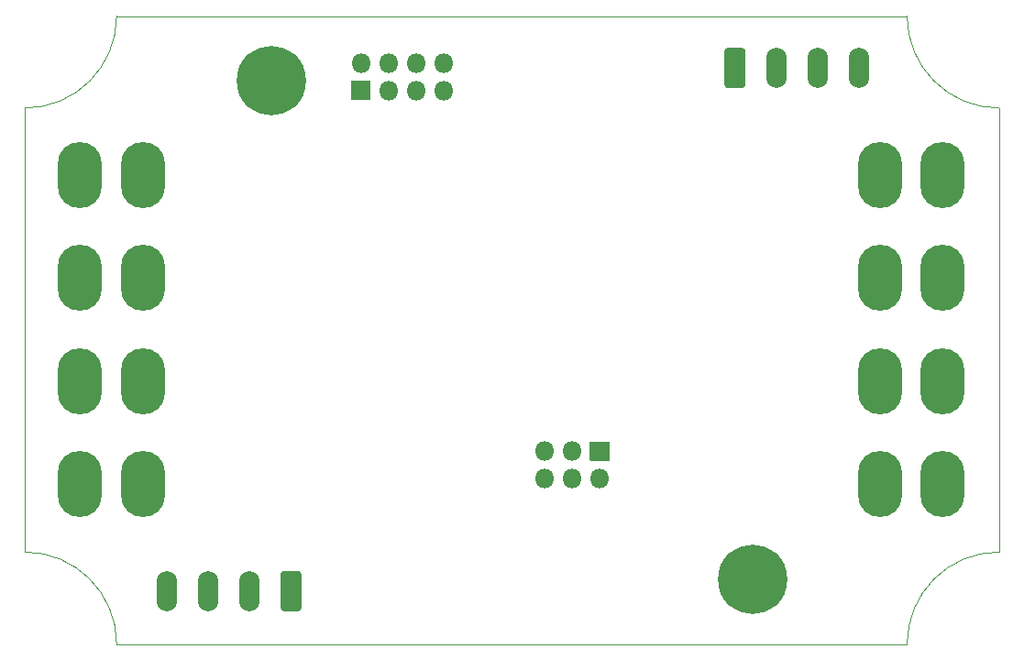
<source format=gbr>
%TF.GenerationSoftware,KiCad,Pcbnew,(5.1.8-0-10_14)*%
%TF.CreationDate,2020-11-30T14:10:51+01:00*%
%TF.ProjectId,FET_Multi,4645545f-4d75-46c7-9469-2e6b69636164,0.2.0*%
%TF.SameCoordinates,Original*%
%TF.FileFunction,Soldermask,Bot*%
%TF.FilePolarity,Negative*%
%FSLAX46Y46*%
G04 Gerber Fmt 4.6, Leading zero omitted, Abs format (unit mm)*
G04 Created by KiCad (PCBNEW (5.1.8-0-10_14)) date 2020-11-30 14:10:51*
%MOMM*%
%LPD*%
G01*
G04 APERTURE LIST*
%TA.AperFunction,Profile*%
%ADD10C,0.050000*%
%TD*%
%ADD11O,4.100000X6.100000*%
%ADD12O,1.900000X3.700000*%
%ADD13O,1.800000X1.800000*%
%ADD14C,6.400000*%
G04 APERTURE END LIST*
D10*
X89000000Y-65500000D02*
X89000000Y-106500000D01*
X170500000Y-115000000D02*
G75*
G02*
X179000000Y-106500000I8500000J0D01*
G01*
X89000000Y-106500000D02*
G75*
G02*
X97500000Y-115000000I0J-8500000D01*
G01*
X179000000Y-65500000D02*
G75*
G02*
X170500000Y-57000000I0J8500000D01*
G01*
X97500000Y-57000000D02*
G75*
G02*
X89000000Y-65500000I-8500000J0D01*
G01*
X179000000Y-106500000D02*
X179000000Y-65500000D01*
X170500000Y-115000000D02*
X97500000Y-115000000D01*
X170500000Y-57000000D02*
X97500000Y-57000000D01*
D11*
%TO.C,J103*%
X168000000Y-71700000D03*
X168000000Y-81200000D03*
X168000000Y-90700000D03*
X168000000Y-100200000D03*
X173800000Y-71700000D03*
X173800000Y-81200000D03*
X173800000Y-90700000D03*
X173800000Y-100200000D03*
%TD*%
%TO.C,J102*%
X99900000Y-100200000D03*
X99900000Y-90700000D03*
X99900000Y-81200000D03*
X99900000Y-71700000D03*
X94100000Y-100200000D03*
X94100000Y-90700000D03*
X94100000Y-81200000D03*
X94100000Y-71700000D03*
%TD*%
D12*
%TO.C,J303*%
X166030000Y-61800000D03*
X162220000Y-61800000D03*
X158410000Y-61800000D03*
G36*
G01*
X153650000Y-63386112D02*
X153650000Y-60213888D01*
G75*
G02*
X153913888Y-59950000I263888J0D01*
G01*
X155286112Y-59950000D01*
G75*
G02*
X155550000Y-60213888I0J-263888D01*
G01*
X155550000Y-63386112D01*
G75*
G02*
X155286112Y-63650000I-263888J0D01*
G01*
X153913888Y-63650000D01*
G75*
G02*
X153650000Y-63386112I0J263888D01*
G01*
G37*
%TD*%
%TO.C,J302*%
X102170000Y-110100000D03*
X105980000Y-110100000D03*
X109790000Y-110100000D03*
G36*
G01*
X114550000Y-108513888D02*
X114550000Y-111686112D01*
G75*
G02*
X114286112Y-111950000I-263888J0D01*
G01*
X112913888Y-111950000D01*
G75*
G02*
X112650000Y-111686112I0J263888D01*
G01*
X112650000Y-108513888D01*
G75*
G02*
X112913888Y-108250000I263888J0D01*
G01*
X114286112Y-108250000D01*
G75*
G02*
X114550000Y-108513888I0J-263888D01*
G01*
G37*
%TD*%
D13*
%TO.C,J106*%
X137020000Y-99740000D03*
X137020000Y-97200000D03*
X139560000Y-99740000D03*
X139560000Y-97200000D03*
X142100000Y-99740000D03*
G36*
G01*
X141250000Y-96300000D02*
X142950000Y-96300000D01*
G75*
G02*
X143000000Y-96350000I0J-50000D01*
G01*
X143000000Y-98050000D01*
G75*
G02*
X142950000Y-98100000I-50000J0D01*
G01*
X141250000Y-98100000D01*
G75*
G02*
X141200000Y-98050000I0J50000D01*
G01*
X141200000Y-96350000D01*
G75*
G02*
X141250000Y-96300000I50000J0D01*
G01*
G37*
%TD*%
%TO.C,J101*%
X127680000Y-61340000D03*
X127680000Y-63880000D03*
X125140000Y-61340000D03*
X125140000Y-63880000D03*
X122600000Y-61340000D03*
X122600000Y-63880000D03*
X120060000Y-61340000D03*
G36*
G01*
X120910000Y-64780000D02*
X119210000Y-64780000D01*
G75*
G02*
X119160000Y-64730000I0J50000D01*
G01*
X119160000Y-63030000D01*
G75*
G02*
X119210000Y-62980000I50000J0D01*
G01*
X120910000Y-62980000D01*
G75*
G02*
X120960000Y-63030000I0J-50000D01*
G01*
X120960000Y-64730000D01*
G75*
G02*
X120910000Y-64780000I-50000J0D01*
G01*
G37*
%TD*%
D14*
%TO.C,H1002*%
X156250000Y-109000000D03*
%TD*%
%TO.C,H1001*%
X111750000Y-63000000D03*
%TD*%
M02*

</source>
